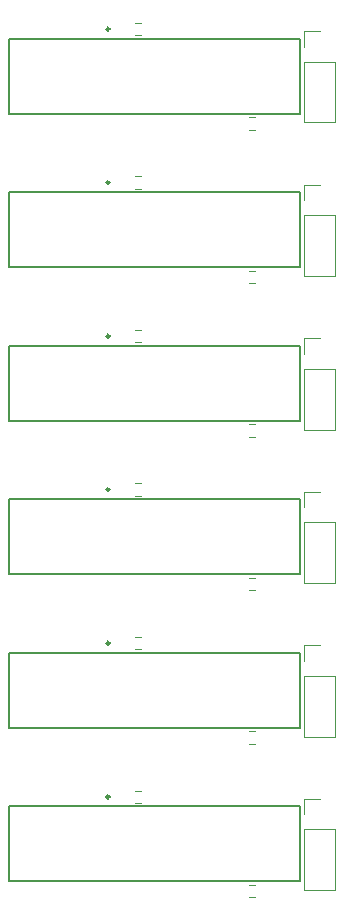
<source format=gbr>
%TF.GenerationSoftware,KiCad,Pcbnew,(5.1.10)-1*%
%TF.CreationDate,2021-10-07T19:24:08+02:00*%
%TF.ProjectId,output.KSI_rotator_endstop,6f757470-7574-42e4-9b53-495f726f7461,rev?*%
%TF.SameCoordinates,Original*%
%TF.FileFunction,Legend,Top*%
%TF.FilePolarity,Positive*%
%FSLAX46Y46*%
G04 Gerber Fmt 4.6, Leading zero omitted, Abs format (unit mm)*
G04 Created by KiCad (PCBNEW (5.1.10)-1) date 2021-10-07 19:24:08*
%MOMM*%
%LPD*%
G01*
G04 APERTURE LIST*
%ADD10C,0.150000*%
%ADD11C,0.250000*%
%ADD12C,0.120000*%
G04 APERTURE END LIST*
D10*
%TO.C,U1*%
X125900000Y-156675000D02*
X125900000Y-150325000D01*
X125900000Y-150325000D02*
X150500000Y-150325000D01*
X150500000Y-150325000D02*
X150500000Y-156675000D01*
X150500000Y-156675000D02*
X125900000Y-156675000D01*
D11*
X134400001Y-149500000D02*
G75*
G03*
X134400001Y-149500000I-125000J0D01*
G01*
D10*
X125900000Y-143675000D02*
X125900000Y-137325000D01*
X125900000Y-137325000D02*
X150500000Y-137325000D01*
X150500000Y-137325000D02*
X150500000Y-143675000D01*
X150500000Y-143675000D02*
X125900000Y-143675000D01*
D11*
X134400001Y-136500000D02*
G75*
G03*
X134400001Y-136500000I-125000J0D01*
G01*
D10*
X125900000Y-130675000D02*
X125900000Y-124325000D01*
X125900000Y-124325000D02*
X150500000Y-124325000D01*
X150500000Y-124325000D02*
X150500000Y-130675000D01*
X150500000Y-130675000D02*
X125900000Y-130675000D01*
D11*
X134400001Y-123500000D02*
G75*
G03*
X134400001Y-123500000I-125000J0D01*
G01*
D10*
X125900000Y-117675000D02*
X125900000Y-111325000D01*
X125900000Y-111325000D02*
X150500000Y-111325000D01*
X150500000Y-111325000D02*
X150500000Y-117675000D01*
X150500000Y-117675000D02*
X125900000Y-117675000D01*
D11*
X134400001Y-110500000D02*
G75*
G03*
X134400001Y-110500000I-125000J0D01*
G01*
D10*
X125900000Y-104675000D02*
X125900000Y-98325000D01*
X125900000Y-98325000D02*
X150500000Y-98325000D01*
X150500000Y-98325000D02*
X150500000Y-104675000D01*
X150500000Y-104675000D02*
X125900000Y-104675000D01*
D11*
X134400001Y-97500000D02*
G75*
G03*
X134400001Y-97500000I-125000J0D01*
G01*
D10*
X125900000Y-91675000D02*
X125900000Y-85325000D01*
X125900000Y-85325000D02*
X150500000Y-85325000D01*
X150500000Y-85325000D02*
X150500000Y-91675000D01*
X150500000Y-91675000D02*
X125900000Y-91675000D01*
D11*
X134400001Y-84500000D02*
G75*
G03*
X134400001Y-84500000I-125000J0D01*
G01*
D12*
%TO.C,J1*%
X150870000Y-157410000D02*
X153530000Y-157410000D01*
X150870000Y-152270000D02*
X150870000Y-157410000D01*
X153530000Y-152270000D02*
X153530000Y-157410000D01*
X150870000Y-152270000D02*
X153530000Y-152270000D01*
X150870000Y-151000000D02*
X150870000Y-149670000D01*
X150870000Y-149670000D02*
X152200000Y-149670000D01*
%TO.C,R1*%
X136545276Y-148977500D02*
X137054724Y-148977500D01*
X136545276Y-150022500D02*
X137054724Y-150022500D01*
%TO.C,R2*%
X146245276Y-156977500D02*
X146754724Y-156977500D01*
X146245276Y-158022500D02*
X146754724Y-158022500D01*
%TO.C,J1*%
X150870000Y-144410000D02*
X153530000Y-144410000D01*
X150870000Y-139270000D02*
X150870000Y-144410000D01*
X153530000Y-139270000D02*
X153530000Y-144410000D01*
X150870000Y-139270000D02*
X153530000Y-139270000D01*
X150870000Y-138000000D02*
X150870000Y-136670000D01*
X150870000Y-136670000D02*
X152200000Y-136670000D01*
%TO.C,R1*%
X136545276Y-135977500D02*
X137054724Y-135977500D01*
X136545276Y-137022500D02*
X137054724Y-137022500D01*
%TO.C,R2*%
X146245276Y-143977500D02*
X146754724Y-143977500D01*
X146245276Y-145022500D02*
X146754724Y-145022500D01*
%TO.C,J1*%
X150870000Y-131410000D02*
X153530000Y-131410000D01*
X150870000Y-126270000D02*
X150870000Y-131410000D01*
X153530000Y-126270000D02*
X153530000Y-131410000D01*
X150870000Y-126270000D02*
X153530000Y-126270000D01*
X150870000Y-125000000D02*
X150870000Y-123670000D01*
X150870000Y-123670000D02*
X152200000Y-123670000D01*
%TO.C,R1*%
X136545276Y-122977500D02*
X137054724Y-122977500D01*
X136545276Y-124022500D02*
X137054724Y-124022500D01*
%TO.C,R2*%
X146245276Y-130977500D02*
X146754724Y-130977500D01*
X146245276Y-132022500D02*
X146754724Y-132022500D01*
%TO.C,J1*%
X150870000Y-118410000D02*
X153530000Y-118410000D01*
X150870000Y-113270000D02*
X150870000Y-118410000D01*
X153530000Y-113270000D02*
X153530000Y-118410000D01*
X150870000Y-113270000D02*
X153530000Y-113270000D01*
X150870000Y-112000000D02*
X150870000Y-110670000D01*
X150870000Y-110670000D02*
X152200000Y-110670000D01*
%TO.C,R1*%
X136545276Y-109977500D02*
X137054724Y-109977500D01*
X136545276Y-111022500D02*
X137054724Y-111022500D01*
%TO.C,R2*%
X146245276Y-117977500D02*
X146754724Y-117977500D01*
X146245276Y-119022500D02*
X146754724Y-119022500D01*
%TO.C,J1*%
X150870000Y-105410000D02*
X153530000Y-105410000D01*
X150870000Y-100270000D02*
X150870000Y-105410000D01*
X153530000Y-100270000D02*
X153530000Y-105410000D01*
X150870000Y-100270000D02*
X153530000Y-100270000D01*
X150870000Y-99000000D02*
X150870000Y-97670000D01*
X150870000Y-97670000D02*
X152200000Y-97670000D01*
%TO.C,R1*%
X136545276Y-96977500D02*
X137054724Y-96977500D01*
X136545276Y-98022500D02*
X137054724Y-98022500D01*
%TO.C,R2*%
X146245276Y-104977500D02*
X146754724Y-104977500D01*
X146245276Y-106022500D02*
X146754724Y-106022500D01*
%TO.C,J1*%
X150870000Y-92410000D02*
X153530000Y-92410000D01*
X150870000Y-87270000D02*
X150870000Y-92410000D01*
X153530000Y-87270000D02*
X153530000Y-92410000D01*
X150870000Y-87270000D02*
X153530000Y-87270000D01*
X150870000Y-86000000D02*
X150870000Y-84670000D01*
X150870000Y-84670000D02*
X152200000Y-84670000D01*
%TO.C,R2*%
X146245276Y-91977500D02*
X146754724Y-91977500D01*
X146245276Y-93022500D02*
X146754724Y-93022500D01*
%TO.C,R1*%
X136545276Y-83977500D02*
X137054724Y-83977500D01*
X136545276Y-85022500D02*
X137054724Y-85022500D01*
%TO.C,*%
D10*
%TD*%
M02*

</source>
